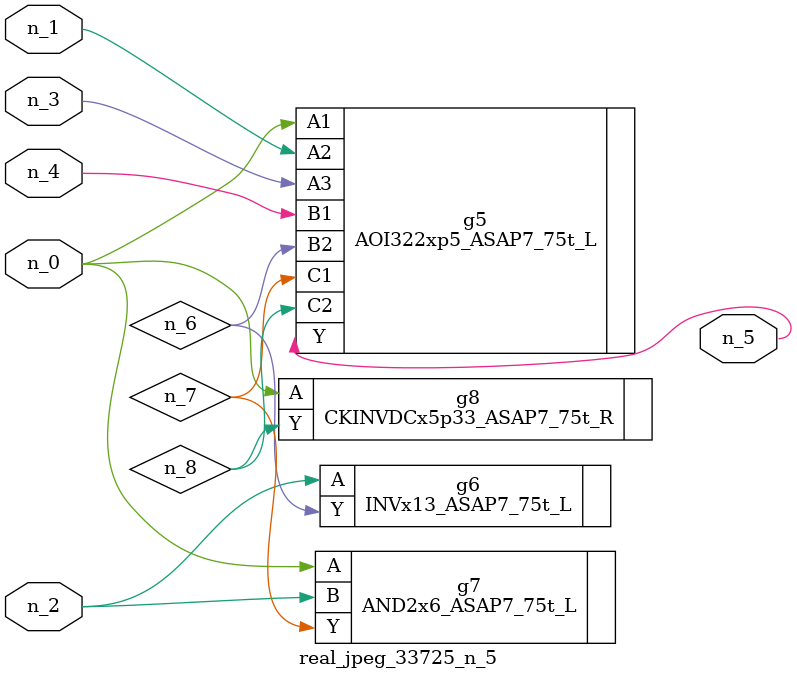
<source format=v>
module real_jpeg_33725_n_5 (n_4, n_0, n_1, n_2, n_3, n_5);

input n_4;
input n_0;
input n_1;
input n_2;
input n_3;

output n_5;

wire n_8;
wire n_6;
wire n_7;

AOI322xp5_ASAP7_75t_L g5 ( 
.A1(n_0),
.A2(n_1),
.A3(n_3),
.B1(n_4),
.B2(n_6),
.C1(n_7),
.C2(n_8),
.Y(n_5)
);

AND2x6_ASAP7_75t_L g7 ( 
.A(n_0),
.B(n_2),
.Y(n_7)
);

CKINVDCx5p33_ASAP7_75t_R g8 ( 
.A(n_0),
.Y(n_8)
);

INVx13_ASAP7_75t_L g6 ( 
.A(n_2),
.Y(n_6)
);


endmodule
</source>
